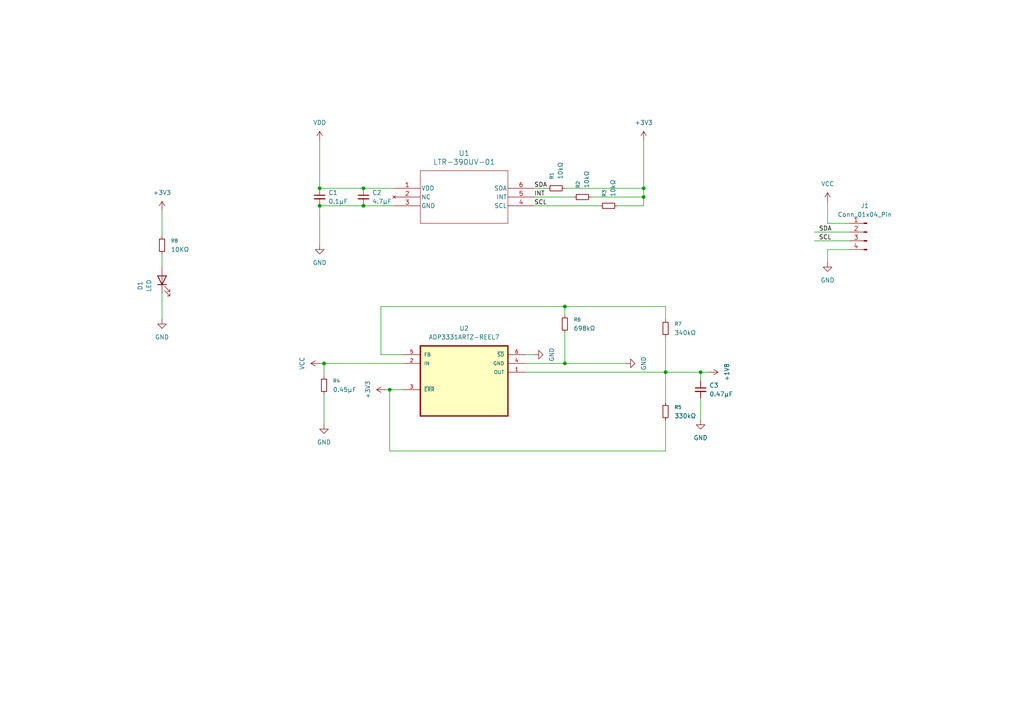
<source format=kicad_sch>
(kicad_sch (version 20250114) (generator "eeschema") (generator_version "9.0")
  (paper "A4")
  (lib_symbols
    (symbol "ADP3331ARTZ-REEL7:ADP3331ARTZ-REEL7" (pin_names (offset 1.016))
      (property "Reference" "U" (at -12.7 11.16 0))
      (property "Value" "ADP3331ARTZ-REEL7" (at -12.7 -14.16 0))
      (symbol "ADP3331ARTZ-REEL7_0_0"
        (rectangle (start -12.7 -10.16) (end 12.7 10.16) (stroke (width 0.41)) (fill (type background)))
        (pin input line (at -17.78 7.62 0) (length 5.08) (name "FB") (number "5"))
        (pin input line (at -17.78 5.08 0) (length 5.08) (name "IN") (number "2"))
        (pin bidirectional line (at -17.78 -2.54 0) (length 5.08) (name "~{ERR}") (number "3"))
        (pin output line (at 17.78 7.62 180) (length 5.08) (name "~{SD}") (number "6"))
        (pin output line (at 17.78 5.08 180) (length 5.08) (name "GND") (number "4"))
        (pin output line (at 17.78 2.54 180) (length 5.08) (name "OUT") (number "1"))
      )
    )
    (symbol "Connector:Conn_01x04_Pin" (pin_names (offset 1.016) (hide yes))
      (property "Reference" "J" (at 0 5.08 0))
      (property "Value" "Conn_01x04_Pin" (at 0 -7.62 0))
      (symbol "Conn_01x04_Pin_1_1"
        (rectangle (start 0.8636 2.667) (end 0 2.413) (stroke (width 0.1524)) (fill (type outline)))
        (rectangle (start 0.8636 0.127) (end 0 -0.127) (stroke (width 0.1524)) (fill (type outline)))
        (rectangle (start 0.8636 -2.413) (end 0 -2.667) (stroke (width 0.1524)) (fill (type outline)))
        (rectangle (start 0.8636 -4.953) (end 0 -5.207) (stroke (width 0.1524)) (fill (type outline)))
        (polyline (pts (xy 1.27 2.54) (xy 0.8636 2.54)) (stroke (width 0.1524)))
        (polyline (pts (xy 1.27 0) (xy 0.8636 0)) (stroke (width 0.1524)))
        (polyline (pts (xy 1.27 -2.54) (xy 0.8636 -2.54)) (stroke (width 0.1524)))
        (polyline (pts (xy 1.27 -5.08) (xy 0.8636 -5.08)) (stroke (width 0.1524)))
        (pin passive line (at 5.08 2.54 180) (length 3.81) (name "Pin_1") (number "1"))
        (pin passive line (at 5.08 0 180) (length 3.81) (name "Pin_2") (number "2"))
        (pin passive line (at 5.08 -2.54 180) (length 3.81) (name "Pin_3") (number "3"))
        (pin passive line (at 5.08 -5.08 180) (length 3.81) (name "Pin_4") (number "4"))
      )
    )
    (symbol "Device:C_Small" (pin_numbers (hide yes)) (pin_names (offset 0.254) (hide yes))
      (property "Reference" "C" (at 0.254 1.778 0))
      (property "Value" "C_Small" (at 0.254 -2.032 0))
      (symbol "C_Small_0_1"
        (polyline (pts (xy -1.524 0.508) (xy 1.524 0.508)) (stroke (width 0.3048)))
        (polyline (pts (xy -1.524 -0.508) (xy 1.524 -0.508)) (stroke (width 0.3302)))
      )
      (symbol "C_Small_1_1"
        (pin passive line (at 0 2.54 270) (length 2.032) (name "~") (number "1"))
        (pin passive line (at 0 -2.54 90) (length 2.032) (name "~") (number "2"))
      )
    )
    (symbol "Device:LED" (pin_numbers (hide yes)) (pin_names (offset 1.016) (hide yes))
      (property "Reference" "D" (at 0 2.54 0))
      (property "Value" "LED" (at 0 -2.54 0))
      (symbol "LED_0_1"
        (polyline (pts (xy -3.048 -0.762) (xy -4.572 -2.286) (xy -3.81 -2.286) (xy -4.572 -2.286) (xy -4.572 -1.524)))
        (polyline (pts (xy -1.778 -0.762) (xy -3.302 -2.286) (xy -2.54 -2.286) (xy -3.302 -2.286) (xy -3.302 -1.524)))
        (polyline (pts (xy -1.27 0) (xy 1.27 0)))
        (polyline (pts (xy -1.27 -1.27) (xy -1.27 1.27)) (stroke (width 0.254)))
        (polyline (pts (xy 1.27 -1.27) (xy 1.27 1.27) (xy -1.27 0) (xy 1.27 -1.27)) (stroke (width 0.254)))
      )
      (symbol "LED_1_1"
        (pin passive line (at -3.81 0 0) (length 2.54) (name "K") (number "1"))
        (pin passive line (at 3.81 0 180) (length 2.54) (name "A") (number "2"))
      )
    )
    (symbol "Device:R_Small" (pin_numbers (hide yes)) (pin_names (offset 0.254) (hide yes))
      (property "Reference" "R" (at 0 0 90))
      (property "Value" "R_Small" (at 1.778 0 90))
      (symbol "R_Small_0_1"
        (rectangle (start -0.762 1.778) (end 0.762 -1.778) (stroke (width 0.2032)))
      )
      (symbol "R_Small_1_1"
        (pin passive line (at 0 2.54 270) (length 0.762) (name "~") (number "1"))
        (pin passive line (at 0 -2.54 90) (length 0.762) (name "~") (number "2"))
      )
    )
    (symbol "LTR_390UV_01:LTR-390UV-01" (pin_names (offset 0.254))
      (property "Reference" "U" (at 20.32 10.16 0))
      (property "Value" "LTR-390UV-01" (at 20.32 7.62 0))
      (symbol "LTR-390UV-01_0_1"
        (polyline (pts (xy 7.62 5.08) (xy 7.62 -10.16)) (stroke (width 0.127)))
        (polyline (pts (xy 7.62 -10.16) (xy 33.02 -10.16)) (stroke (width 0.127)))
        (polyline (pts (xy 33.02 5.08) (xy 7.62 5.08)) (stroke (width 0.127)))
        (polyline (pts (xy 33.02 -10.16) (xy 33.02 5.08)) (stroke (width 0.127)))
        (pin power_in line (at 0 0 0) (length 7.62) (name "VDD") (number "1"))
        (pin no_connect line (at 0 -2.54 0) (length 7.62) (name "NC") (number "2"))
        (pin power_out line (at 0 -5.08 0) (length 7.62) (name "GND") (number "3"))
        (pin bidirectional line (at 40.64 0 180) (length 7.62) (name "SDA") (number "6"))
        (pin output line (at 40.64 -2.54 180) (length 7.62) (name "INT") (number "5"))
        (pin input line (at 40.64 -5.08 180) (length 7.62) (name "SCL") (number "4"))
      )
    )
    (symbol "power:+3V3" (power) (pin_numbers (hide yes)) (pin_names (offset 0) (hide yes))
      (property "Value" "+3V3" (at 0 3.556 0))
      (symbol "+3V3_0_1"
        (polyline (pts (xy -0.762 1.27) (xy 0 2.54)))
        (polyline (pts (xy 0 2.54) (xy 0.762 1.27)))
        (polyline (pts (xy 0 0) (xy 0 2.54)))
      )
      (symbol "+3V3_1_1"
        (pin power_in line (at 0 0 90) (length 0) (name "~") (number "1"))
      )
    )
    (symbol "power:GND" (power) (pin_numbers (hide yes)) (pin_names (offset 0) (hide yes))
      (property "Value" "GND" (at 0 -3.81 0))
      (symbol "GND_0_1"
        (polyline (pts (xy 0 0) (xy 0 -1.27) (xy 1.27 -1.27) (xy 0 -2.54) (xy -1.27 -1.27) (xy 0 -1.27)))
      )
      (symbol "GND_1_1"
        (pin power_in line (at 0 0 270) (length 0) (name "~") (number "1"))
      )
    )
    (symbol "power:VCC" (power) (pin_numbers (hide yes)) (pin_names (offset 0) (hide yes))
      (property "Value" "VCC" (at 0 3.556 0))
      (symbol "VCC_0_1"
        (polyline (pts (xy -0.762 1.27) (xy 0 2.54)))
        (polyline (pts (xy 0 2.54) (xy 0.762 1.27)))
        (polyline (pts (xy 0 0) (xy 0 2.54)))
      )
      (symbol "VCC_1_1"
        (pin power_in line (at 0 0 90) (length 0) (name "~") (number "1"))
      )
    )
    (symbol "power:VDD" (power) (pin_numbers (hide yes)) (pin_names (offset 0) (hide yes))
      (property "Value" "VDD" (at 0 3.556 0))
      (symbol "VDD_0_1"
        (polyline (pts (xy -0.762 1.27) (xy 0 2.54)))
        (polyline (pts (xy 0 2.54) (xy 0.762 1.27)))
        (polyline (pts (xy 0 0) (xy 0 2.54)))
      )
      (symbol "VDD_1_1"
        (pin power_in line (at 0 0 90) (length 0) (name "~") (number "1"))
      )
    )
  )
  (junction (at 163.83 88.9))
  (junction (at 193.04 107.95))
  (junction (at 92.71 59.69))
  (junction (at 163.83 105.41))
  (junction (at 93.98 105.41))
  (junction (at 186.69 54.61))
  (junction (at 105.41 59.69))
  (junction (at 186.69 57.15))
  (junction (at 105.41 54.61))
  (junction (at 203.2 107.95))
  (junction (at 92.71 54.61))
  (junction (at 113.03 113.03))
  (wire (pts (xy 113.03 113.03) (xy 116.84 113.03)))
  (wire (pts (xy 93.98 105.41) (xy 93.98 109.22)))
  (wire (pts (xy 186.69 57.15) (xy 186.69 59.69)))
  (wire (pts (xy 92.71 59.69) (xy 92.71 71.12)))
  (wire (pts (xy 152.4 105.41) (xy 163.83 105.41)))
  (wire (pts (xy 179.07 59.69) (xy 186.69 59.69)))
  (wire (pts (xy 163.83 54.61) (xy 186.69 54.61)))
  (wire (pts (xy 203.2 107.95) (xy 205.74 107.95)))
  (wire (pts (xy 116.84 102.87) (xy 110.49 102.87)))
  (wire (pts (xy 105.41 59.69) (xy 114.3 59.69)))
  (wire (pts (xy 93.98 114.3) (xy 93.98 123.19)))
  (wire (pts (xy 92.71 40.64) (xy 92.71 54.61)))
  (wire (pts (xy 193.04 107.95) (xy 193.04 116.84)))
  (wire (pts (xy 46.99 85.09) (xy 46.99 92.71)))
  (wire (pts (xy 113.03 113.03) (xy 113.03 130.81)))
  (wire (pts (xy 171.45 57.15) (xy 186.69 57.15)))
  (wire (pts (xy 92.71 59.69) (xy 105.41 59.69)))
  (wire (pts (xy 193.04 97.79) (xy 193.04 107.95)))
  (wire (pts (xy 92.71 54.61) (xy 105.41 54.61)))
  (wire (pts (xy 193.04 107.95) (xy 203.2 107.95)))
  (wire (pts (xy 110.49 102.87) (xy 110.49 88.9)))
  (wire (pts (xy 203.2 115.57) (xy 203.2 121.92)))
  (wire (pts (xy 46.99 60.96) (xy 46.99 68.58)))
  (wire (pts (xy 236.22 67.31) (xy 246.38 67.31)))
  (wire (pts (xy 163.83 88.9) (xy 163.83 91.44)))
  (wire (pts (xy 193.04 88.9) (xy 193.04 92.71)))
  (wire (pts (xy 193.04 130.81) (xy 193.04 121.92)))
  (wire (pts (xy 93.98 105.41) (xy 116.84 105.41)))
  (wire (pts (xy 46.99 73.66) (xy 46.99 77.47)))
  (wire (pts (xy 92.71 105.41) (xy 93.98 105.41)))
  (wire (pts (xy 154.94 54.61) (xy 158.75 54.61)))
  (wire (pts (xy 186.69 54.61) (xy 186.69 57.15)))
  (wire (pts (xy 163.83 105.41) (xy 181.61 105.41)))
  (wire (pts (xy 152.4 102.87) (xy 154.94 102.87)))
  (wire (pts (xy 111.76 113.03) (xy 113.03 113.03)))
  (wire (pts (xy 110.49 88.9) (xy 163.83 88.9)))
  (wire (pts (xy 236.22 69.85) (xy 246.38 69.85)))
  (wire (pts (xy 152.4 107.95) (xy 193.04 107.95)))
  (wire (pts (xy 113.03 130.81) (xy 193.04 130.81)))
  (wire (pts (xy 186.69 40.64) (xy 186.69 54.61)))
  (wire (pts (xy 203.2 107.95) (xy 203.2 110.49)))
  (wire (pts (xy 154.94 57.15) (xy 166.37 57.15)))
  (wire (pts (xy 246.38 64.77) (xy 240.03 64.77)))
  (wire (pts (xy 163.83 88.9) (xy 193.04 88.9)))
  (wire (pts (xy 240.03 72.39) (xy 240.03 76.2)))
  (wire (pts (xy 163.83 96.52) (xy 163.83 105.41)))
  (wire (pts (xy 246.38 72.39) (xy 240.03 72.39)))
  (wire (pts (xy 105.41 54.61) (xy 114.3 54.61)))
  (wire (pts (xy 240.03 64.77) (xy 240.03 58.42)))
  (wire (pts (xy 154.94 59.69) (xy 173.99 59.69)))
  (label "SDA" (at 237.49 67.31 0))
  (label "SDA" (at 154.94 54.61 0))
  (label "SCL" (at 154.94 59.69 0))
  (label "SCL" (at 237.49 69.85 0))
  (label "INT" (at 154.94 57.15 0))
  (symbol (lib_id "power:GND") (at 240.03 76.2 0) (unit 1)
    (property "Reference" "#PWR012" (effects (hide yes)))
    (property "Value" "GND" (at 240.03 81.28 0))
    (property "Description" "Power symbol creates a global label with name \"GND\" , ground" (effects (hide yes)))
  )
  (symbol (lib_id "power:GND") (at 203.2 121.92 0) (unit 1)
    (property "Reference" "#PWR08" (effects (hide yes)))
    (property "Value" "GND" (at 203.2 127 0))
    (property "Description" "Power symbol creates a global label with name \"GND\" , ground" (effects (hide yes)))
  )
  (symbol (lib_id "Device:R_Small") (at 161.29 54.61 90) (unit 1)
    (property "Reference" "R1" (at 160.0199 52.07 0) (effects (font (size 1.016 1.016)) (justify left)))
    (property "Value" "10kΩ" (at 162.5599 52.07 0) (effects (justify left)))
    (property "Footprint" "Resistor_SMD:R_0603_1608Metric_Pad0.98x0.95mm_HandSolder" (effects (hide yes)))
    (property "Description" "Resistor, small symbol" (effects (hide yes)))
  )
  (symbol (lib_id "Device:C_Small") (at 92.71 57.15 0) (unit 1)
    (property "Reference" "C1" (at 95.25 55.8862 0) (effects (justify left)))
    (property "Value" "0.1µF" (at 95.25 58.4262 0) (effects (justify left)))
    (property "Footprint" "Capacitor_SMD:C_0603_1608Metric_Pad1.08x0.95mm_HandSolder" (effects (hide yes)))
    (property "Description" "Unpolarized capacitor, small symbol" (effects (hide yes)))
  )
  (symbol (lib_id "Device:R_Small") (at 163.83 93.98 0) (unit 1)
    (property "Reference" "R6" (at 166.37 92.7099 0) (effects (font (size 1.016 1.016)) (justify left)))
    (property "Value" "698kΩ" (at 166.37 95.2499 0) (effects (justify left)))
    (property "Footprint" "Resistor_SMD:R_0603_1608Metric_Pad0.98x0.95mm_HandSolder" (effects (hide yes)))
    (property "Description" "Resistor, small symbol" (effects (hide yes)))
  )
  (symbol (lib_id "LTR_390UV_01:LTR-390UV-01") (at 114.3 54.61 0) (unit 1)
    (property "Reference" "U1" (at 134.62 44.45 0) (effects (font (size 1.524 1.524))))
    (property "Value" "LTR-390UV-01" (at 134.62 46.99 0) (effects (font (size 1.524 1.524))))
    (property "Footprint" "LTR_390UV_01_footprints:SMD6_LTR-390UV-01_LTO" (effects (hide yes)))
    (property "Datasheet" "LTR-390UV-01" (effects (hide yes)))
  )
  (symbol (lib_id "power:+3V3") (at 111.76 113.03 90) (unit 1)
    (property "Reference" "#PWR07" (effects (hide yes)))
    (property "Value" "+3V3" (at 106.68 113.03 0))
    (property "Description" "Power symbol creates a global label with name \"+3V3\"" (effects (hide yes)))
  )
  (symbol (lib_id "Device:C_Small") (at 105.41 57.15 0) (unit 1)
    (property "Reference" "C2" (at 107.95 55.8862 0) (effects (justify left)))
    (property "Value" "4.7µF" (at 107.95 58.4262 0) (effects (justify left)))
    (property "Footprint" "Capacitor_SMD:C_0603_1608Metric_Pad1.08x0.95mm_HandSolder" (effects (hide yes)))
    (property "Description" "Unpolarized capacitor, small symbol" (effects (hide yes)))
  )
  (symbol (lib_id "power:VCC") (at 240.03 58.42 0) (unit 1)
    (property "Reference" "#PWR011" (effects (hide yes)))
    (property "Value" "VCC" (at 240.03 53.34 0))
    (property "Description" "Power symbol creates a global label with name \"VCC\"" (effects (hide yes)))
  )
  (symbol (lib_id "power:GND") (at 181.61 105.41 90) (unit 1)
    (property "Reference" "#PWR09" (effects (hide yes)))
    (property "Value" "GND" (at 186.69 105.41 0))
    (property "Description" "Power symbol creates a global label with name \"GND\" , ground" (effects (hide yes)))
  )
  (symbol (lib_id "Device:C_Small") (at 203.2 113.03 0) (unit 1)
    (property "Reference" "C3" (at 205.74 111.7662 0) (effects (justify left)))
    (property "Value" "0.47µF" (at 205.74 114.3062 0) (effects (justify left)))
    (property "Footprint" "Capacitor_SMD:C_0603_1608Metric_Pad1.08x0.95mm_HandSolder" (effects (hide yes)))
    (property "Description" "Unpolarized capacitor, small symbol" (effects (hide yes)))
  )
  (symbol (lib_id "power:VCC") (at 92.71 105.41 90) (unit 1)
    (property "Reference" "#PWR04" (effects (hide yes)))
    (property "Value" "VCC" (at 87.63 105.41 0))
    (property "Description" "Power symbol creates a global label with name \"VCC\"" (effects (hide yes)))
  )
  (symbol (lib_id "power:GND") (at 154.94 102.87 90) (unit 1)
    (property "Reference" "#PWR010" (effects (hide yes)))
    (property "Value" "GND" (at 160.02 102.87 0))
    (property "Description" "Power symbol creates a global label with name \"GND\" , ground" (effects (hide yes)))
  )
  (symbol (lib_id "Device:R_Small") (at 168.91 57.15 90) (unit 1)
    (property "Reference" "R2" (at 167.6399 54.61 0) (effects (font (size 1.016 1.016)) (justify left)))
    (property "Value" "10kΩ" (at 170.1799 54.61 0) (effects (justify left)))
    (property "Footprint" "Resistor_SMD:R_0603_1608Metric_Pad0.98x0.95mm_HandSolder" (effects (hide yes)))
    (property "Description" "Resistor, small symbol" (effects (hide yes)))
  )
  (symbol (lib_id "power:+3V3") (at 205.74 107.95 270) (unit 1)
    (property "Reference" "#PWR06" (effects (hide yes)))
    (property "Value" "+1V8" (at 210.82 107.95 0))
    (property "Description" "Power symbol creates a global label with name \"+3V3\"" (effects (hide yes)))
  )
  (symbol (lib_id "power:VDD") (at 92.71 40.64 0) (unit 1)
    (property "Reference" "#PWR01" (effects (hide yes)))
    (property "Value" "VDD" (at 92.71 35.56 0))
    (property "Description" "Power symbol creates a global label with name \"VDD\"" (effects (hide yes)))
  )
  (symbol (lib_id "ADP3331ARTZ-REEL7:ADP3331ARTZ-REEL7") (at 134.62 110.49 0) (unit 1)
    (property "Reference" "U2" (at 134.62 95.25 0))
    (property "Value" "ADP3331ARTZ-REEL7" (at 134.62 97.79 0))
    (property "Footprint" "ADP3331ARTZ_REEL7_footprints:SOT95P280X145-6N" (effects (hide yes)))
  )
  (symbol (lib_id "power:GND") (at 46.99 92.71 0) (unit 1)
    (property "Reference" "#PWR013" (effects (hide yes)))
    (property "Value" "GND" (at 46.99 97.79 0))
    (property "Description" "Power symbol creates a global label with name \"GND\" , ground" (effects (hide yes)))
  )
  (symbol (lib_id "Device:R_Small") (at 176.53 59.69 90) (unit 1)
    (property "Reference" "R3" (at 175.2599 57.15 0) (effects (font (size 1.016 1.016)) (justify left)))
    (property "Value" "10kΩ" (at 177.7999 57.15 0) (effects (justify left)))
    (property "Footprint" "Resistor_SMD:R_0603_1608Metric_Pad0.98x0.95mm_HandSolder" (effects (hide yes)))
    (property "Description" "Resistor, small symbol" (effects (hide yes)))
  )
  (symbol (lib_id "Device:R_Small") (at 193.04 95.25 0) (unit 1)
    (property "Reference" "R7" (at 195.58 93.9799 0) (effects (font (size 1.016 1.016)) (justify left)))
    (property "Value" "340kΩ" (at 195.58 96.5199 0) (effects (justify left)))
    (property "Footprint" "Resistor_SMD:R_0603_1608Metric_Pad0.98x0.95mm_HandSolder" (effects (hide yes)))
    (property "Description" "Resistor, small symbol" (effects (hide yes)))
  )
  (symbol (lib_id "Device:LED") (at 46.99 81.28 90) (unit 1)
    (property "Reference" "D1" (at 40.64 82.8675 0))
    (property "Value" "LED" (at 43.18 82.8675 0))
    (property "Footprint" "LED_SMD:LED_0603_1608Metric_Pad1.05x0.95mm_HandSolder" (effects (hide yes)))
    (property "Description" "Light emitting diode" (effects (hide yes)))
    (property "Sim.Pins" "1=K 2=A" (effects (hide yes)))
  )
  (symbol (lib_id "Device:R_Small") (at 193.04 119.38 0) (unit 1)
    (property "Reference" "R5" (at 195.58 118.1099 0) (effects (font (size 1.016 1.016)) (justify left)))
    (property "Value" "330kΩ" (at 195.58 120.6499 0) (effects (justify left)))
    (property "Footprint" "Resistor_SMD:R_0603_1608Metric_Pad0.98x0.95mm_HandSolder" (effects (hide yes)))
    (property "Description" "Resistor, small symbol" (effects (hide yes)))
  )
  (symbol (lib_id "power:GND") (at 93.98 123.19 0) (unit 1)
    (property "Reference" "#PWR05" (effects (hide yes)))
    (property "Value" "GND" (at 93.98 128.27 0))
    (property "Description" "Power symbol creates a global label with name \"GND\" , ground" (effects (hide yes)))
  )
  (symbol (lib_id "Device:R_Small") (at 93.98 111.76 0) (unit 1)
    (property "Reference" "R4" (at 96.52 110.4899 0) (effects (font (size 1.016 1.016)) (justify left)))
    (property "Value" "0.45µF" (at 96.52 113.0299 0) (effects (justify left)))
    (property "Footprint" "Resistor_SMD:R_0603_1608Metric_Pad0.98x0.95mm_HandSolder" (effects (hide yes)))
    (property "Description" "Resistor, small symbol" (effects (hide yes)))
  )
  (symbol (lib_id "power:+3V3") (at 46.99 60.96 0) (unit 1)
    (property "Reference" "#PWR014" (effects (hide yes)))
    (property "Value" "+3V3" (at 46.99 55.88 0))
    (property "Description" "Power symbol creates a global label with name \"+3V3\"" (effects (hide yes)))
  )
  (symbol (lib_id "Device:R_Small") (at 46.99 71.12 0) (unit 1)
    (property "Reference" "R8" (at 49.53 69.8499 0) (effects (font (size 1.016 1.016)) (justify left)))
    (property "Value" "10KΩ" (at 49.53 72.3899 0) (effects (justify left)))
    (property "Footprint" "Resistor_SMD:R_0603_1608Metric_Pad0.98x0.95mm_HandSolder" (effects (hide yes)))
    (property "Description" "Resistor, small symbol" (effects (hide yes)))
  )
  (symbol (lib_id "power:+3V3") (at 186.69 40.64 0) (unit 1)
    (property "Reference" "#PWR03" (effects (hide yes)))
    (property "Value" "+3V3" (at 186.69 35.56 0))
    (property "Description" "Power symbol creates a global label with name \"+3V3\"" (effects (hide yes)))
  )
  (symbol (lib_id "Connector:Conn_01x04_Pin") (at 251.46 67.31 0) (mirror y) (unit 1)
    (property "Reference" "J1" (at 250.825 59.69 0))
    (property "Value" "Conn_01x04_Pin" (at 250.825 62.23 0))
    (property "Footprint" "Connector_PinSocket_2.54mm:PinSocket_1x04_P2.54mm_Vertical" (effects (hide yes)))
    (property "Description" "Generic connector, single row, 01x04, script generated" (effects (hide yes)))
  )
  (symbol (lib_id "power:GND") (at 92.71 71.12 0) (unit 1)
    (property "Reference" "#PWR02" (effects (hide yes)))
    (property "Value" "GND" (at 92.71 76.2 0))
    (property "Description" "Power symbol creates a global label with name \"GND\" , ground" (effects (hide yes)))
  )
)
</source>
